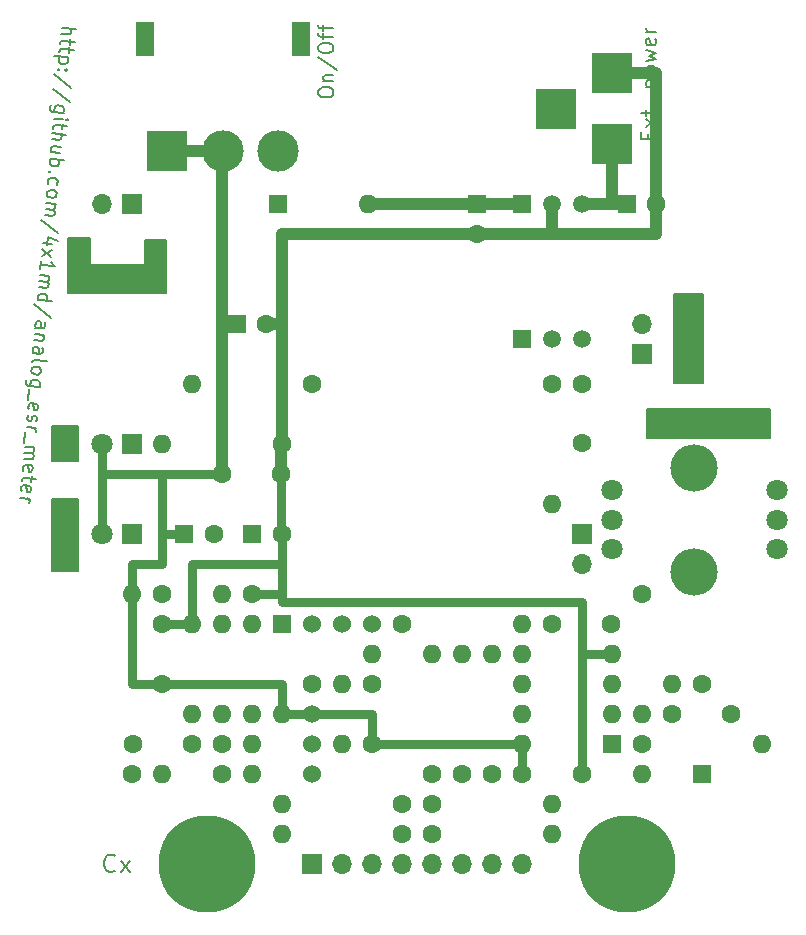
<source format=gbr>
G04 #@! TF.FileFunction,Copper,L1,Top,Signal*
%FSLAX46Y46*%
G04 Gerber Fmt 4.6, Leading zero omitted, Abs format (unit mm)*
G04 Created by KiCad (PCBNEW 4.0.7-e2-6376~61~ubuntu18.04.1) date Sat Sep  1 13:46:59 2018*
%MOMM*%
%LPD*%
G01*
G04 APERTURE LIST*
%ADD10C,0.100000*%
%ADD11C,0.200000*%
%ADD12C,1.800000*%
%ADD13O,4.000000X4.000000*%
%ADD14R,1.800000X1.800000*%
%ADD15R,1.700000X1.700000*%
%ADD16O,1.700000X1.700000*%
%ADD17C,1.600000*%
%ADD18O,1.600000X1.600000*%
%ADD19C,1.524000*%
%ADD20R,1.600000X1.600000*%
%ADD21C,1.520000*%
%ADD22R,1.520000X1.520000*%
%ADD23C,8.200000*%
%ADD24R,1.600000X2.850000*%
%ADD25R,3.500000X3.500000*%
%ADD26C,3.500000*%
%ADD27C,1.000000*%
%ADD28C,0.750000*%
%ADD29C,0.500000*%
G04 APERTURE END LIST*
D10*
D11*
X123607304Y-48551869D02*
X124802737Y-48656456D01*
X123562481Y-49064198D02*
X124188660Y-49118982D01*
X124307491Y-49072017D01*
X124374378Y-48963146D01*
X124389318Y-48792371D01*
X124342354Y-48673539D01*
X124290408Y-48611633D01*
X124324574Y-49532401D02*
X124284732Y-49987804D01*
X124708111Y-49738039D02*
X123683453Y-49648393D01*
X123564623Y-49695358D01*
X123497737Y-49804229D01*
X123487776Y-49918080D01*
X124264810Y-50215505D02*
X124224968Y-50670909D01*
X124648347Y-50421143D02*
X123623689Y-50331497D01*
X123504859Y-50378462D01*
X123437973Y-50487333D01*
X123428012Y-50601184D01*
X124190105Y-51069386D02*
X122994672Y-50964799D01*
X124133180Y-51064405D02*
X124180145Y-51183237D01*
X124160224Y-51410938D01*
X124093337Y-51519809D01*
X124031431Y-51571754D01*
X123912600Y-51618719D01*
X123571048Y-51588837D01*
X123462178Y-51521951D01*
X123410233Y-51460045D01*
X123363268Y-51341214D01*
X123383189Y-51113512D01*
X123450075Y-51004642D01*
X123412375Y-52091204D02*
X123350469Y-52143150D01*
X123298524Y-52081244D01*
X123360429Y-52029299D01*
X123412375Y-52091204D01*
X123298524Y-52081244D01*
X124038554Y-52145988D02*
X123976648Y-52197933D01*
X123924703Y-52136027D01*
X123986609Y-52084082D01*
X124038554Y-52145988D01*
X123924703Y-52136027D01*
X124426374Y-53613947D02*
X122979034Y-52454821D01*
X124316807Y-54866306D02*
X122869467Y-53707180D01*
X123781719Y-55737270D02*
X122813986Y-55652605D01*
X122705116Y-55585718D01*
X122653171Y-55523813D01*
X122606206Y-55404982D01*
X122621147Y-55234205D01*
X122688033Y-55125335D01*
X123041688Y-55672526D02*
X122994723Y-55553695D01*
X123014645Y-55325993D01*
X123081531Y-55217123D01*
X123143437Y-55165177D01*
X123262267Y-55118212D01*
X123603820Y-55148094D01*
X123712690Y-55214981D01*
X123764636Y-55276886D01*
X123811600Y-55395718D01*
X123791679Y-55623419D01*
X123724793Y-55732290D01*
X122934960Y-56236799D02*
X123731915Y-56306524D01*
X124130393Y-56341386D02*
X124078448Y-56279480D01*
X124016542Y-56331425D01*
X124068487Y-56393331D01*
X124130393Y-56341386D01*
X124016542Y-56331425D01*
X123697053Y-56705003D02*
X123657210Y-57160406D01*
X124080590Y-56910641D02*
X123055932Y-56820995D01*
X122937101Y-56867960D01*
X122870215Y-56976830D01*
X122860254Y-57090681D01*
X122825392Y-57489158D02*
X124020826Y-57593745D01*
X122780569Y-58001487D02*
X123406748Y-58056271D01*
X123525580Y-58009306D01*
X123592466Y-57900435D01*
X123607407Y-57729660D01*
X123560442Y-57610828D01*
X123508497Y-57548922D01*
X123482899Y-59152794D02*
X122685943Y-59083070D01*
X123527722Y-58640466D02*
X122901542Y-58585682D01*
X122782711Y-58632647D01*
X122715825Y-58741518D01*
X122700884Y-58912293D01*
X122747849Y-59031125D01*
X122799794Y-59093031D01*
X122636140Y-59652323D02*
X123831574Y-59756910D01*
X123376170Y-59717068D02*
X123423135Y-59835899D01*
X123403214Y-60063600D01*
X123336327Y-60172471D01*
X123274422Y-60224416D01*
X123155590Y-60271381D01*
X122814038Y-60241499D01*
X122705168Y-60174613D01*
X122653223Y-60112707D01*
X122606258Y-59993876D01*
X122626179Y-59766175D01*
X122693065Y-59657304D01*
X122655365Y-60743867D02*
X122593459Y-60795812D01*
X122541514Y-60733906D01*
X122603420Y-60681961D01*
X122655365Y-60743867D01*
X122541514Y-60733906D01*
X122503813Y-61820470D02*
X122456848Y-61701638D01*
X122476769Y-61473937D01*
X122543656Y-61365066D01*
X122605561Y-61313121D01*
X122724392Y-61266156D01*
X123065944Y-61296038D01*
X123174815Y-61362924D01*
X123226760Y-61424830D01*
X123273725Y-61543662D01*
X123253804Y-61771363D01*
X123186918Y-61880234D01*
X122387123Y-62498594D02*
X122454010Y-62389723D01*
X122515916Y-62337778D01*
X122634746Y-62290813D01*
X122976298Y-62320695D01*
X123085169Y-62387581D01*
X123137114Y-62449487D01*
X123184079Y-62568319D01*
X123169138Y-62739094D01*
X123102252Y-62847965D01*
X123040346Y-62899910D01*
X122921515Y-62946875D01*
X122579962Y-62916993D01*
X122471093Y-62850107D01*
X122419147Y-62788201D01*
X122372183Y-62669370D01*
X122387123Y-62498594D01*
X122307438Y-63409400D02*
X123104394Y-63479125D01*
X122990543Y-63469164D02*
X123042488Y-63531070D01*
X123089453Y-63649901D01*
X123074512Y-63820677D01*
X123007626Y-63929548D01*
X122888794Y-63976513D01*
X122262615Y-63921729D01*
X122888794Y-63976513D02*
X122997665Y-64043399D01*
X123044630Y-64162230D01*
X123029689Y-64333006D01*
X122962803Y-64441877D01*
X122843971Y-64488842D01*
X122217792Y-64434058D01*
X123345643Y-65966760D02*
X121898303Y-64807634D01*
X122810555Y-66837724D02*
X122013599Y-66768000D01*
X123290860Y-66592940D02*
X122461880Y-66233607D01*
X122397136Y-66973639D01*
X121968776Y-67280329D02*
X122710948Y-67976232D01*
X122765732Y-67350053D02*
X121913992Y-67906508D01*
X121819366Y-68988091D02*
X121879130Y-68304986D01*
X121849248Y-68646539D02*
X123044682Y-68751126D01*
X122883866Y-68622334D01*
X122779976Y-68498522D01*
X122733011Y-68379691D01*
X121774543Y-69500419D02*
X122571499Y-69570144D01*
X122457648Y-69560183D02*
X122509593Y-69622089D01*
X122556558Y-69740921D01*
X122541617Y-69911696D01*
X122474731Y-70020567D01*
X122355899Y-70067532D01*
X121729720Y-70012748D01*
X122355899Y-70067532D02*
X122464770Y-70134418D01*
X122511735Y-70253250D01*
X122496794Y-70424025D01*
X122429908Y-70532896D01*
X122311076Y-70579861D01*
X121684897Y-70525077D01*
X121590271Y-71606660D02*
X122785705Y-71711247D01*
X121647197Y-71611640D02*
X121600232Y-71492809D01*
X121620153Y-71265107D01*
X121687039Y-71156237D01*
X121748945Y-71104292D01*
X121867775Y-71057327D01*
X122209328Y-71087209D01*
X122318199Y-71154095D01*
X122370144Y-71216001D01*
X122417109Y-71334832D01*
X122397187Y-71562533D01*
X122330301Y-71671404D01*
X122718122Y-73139362D02*
X121270782Y-71980236D01*
X121386078Y-73940602D02*
X122012257Y-73995385D01*
X122131088Y-73948420D01*
X122197974Y-73839549D01*
X122217896Y-73611848D01*
X122170931Y-73493017D01*
X121443003Y-73945582D02*
X121396038Y-73826750D01*
X121420940Y-73542124D01*
X121487826Y-73433253D01*
X121606656Y-73386288D01*
X121720508Y-73396249D01*
X121829378Y-73463135D01*
X121876343Y-73581966D01*
X121851442Y-73866593D01*
X121898406Y-73985425D01*
X122133230Y-74579580D02*
X121336274Y-74509855D01*
X122019379Y-74569619D02*
X122071324Y-74631525D01*
X122118289Y-74750356D01*
X122103348Y-74921132D01*
X122036462Y-75030003D01*
X121917630Y-75076968D01*
X121291451Y-75022184D01*
X121196825Y-76103767D02*
X121823004Y-76158550D01*
X121941836Y-76111585D01*
X122008722Y-76002715D01*
X122028643Y-75775013D01*
X121981678Y-75656182D01*
X121253751Y-76108747D02*
X121206786Y-75989915D01*
X121231687Y-75705289D01*
X121298574Y-75596418D01*
X121417404Y-75549453D01*
X121531255Y-75559414D01*
X121640126Y-75626300D01*
X121687091Y-75745131D01*
X121662189Y-76029758D01*
X121709154Y-76148590D01*
X121132081Y-76843797D02*
X121198967Y-76734926D01*
X121317798Y-76687961D01*
X122342455Y-76777607D01*
X121077297Y-77469976D02*
X121144183Y-77361105D01*
X121206089Y-77309160D01*
X121324920Y-77262195D01*
X121666472Y-77292077D01*
X121775343Y-77358963D01*
X121827288Y-77420869D01*
X121874253Y-77539700D01*
X121859312Y-77710476D01*
X121792426Y-77819347D01*
X121730520Y-77871292D01*
X121611689Y-77918257D01*
X121270136Y-77888375D01*
X121161266Y-77821489D01*
X121109321Y-77759583D01*
X121062356Y-77640752D01*
X121077297Y-77469976D01*
X121749745Y-78962835D02*
X120782012Y-78878170D01*
X120673143Y-78811284D01*
X120621197Y-78749378D01*
X120574232Y-78630547D01*
X120589174Y-78459771D01*
X120656060Y-78350900D01*
X121009715Y-78898091D02*
X120962750Y-78779260D01*
X120982671Y-78551558D01*
X121049557Y-78442688D01*
X121111463Y-78390742D01*
X121230294Y-78343777D01*
X121571846Y-78373659D01*
X121680717Y-78440546D01*
X121732662Y-78502452D01*
X121779627Y-78621283D01*
X121759706Y-78848984D01*
X121692819Y-78957855D01*
X120814036Y-79167777D02*
X120734351Y-80078584D01*
X120840384Y-80833555D02*
X120793419Y-80714723D01*
X120813340Y-80487022D01*
X120880226Y-80378152D01*
X120999057Y-80331187D01*
X121454460Y-80371029D01*
X121563331Y-80437915D01*
X121610296Y-80556747D01*
X121590374Y-80784448D01*
X121523488Y-80893319D01*
X121404657Y-80940284D01*
X121290807Y-80930323D01*
X121226759Y-80351108D01*
X120795561Y-81345883D02*
X120728674Y-81454754D01*
X120708753Y-81682456D01*
X120755718Y-81801286D01*
X120864588Y-81868173D01*
X120921513Y-81873153D01*
X121040345Y-81826188D01*
X121107231Y-81717318D01*
X121122172Y-81546542D01*
X121189058Y-81437671D01*
X121307889Y-81390706D01*
X121364814Y-81395686D01*
X121473685Y-81462572D01*
X121520650Y-81581404D01*
X121505709Y-81752181D01*
X121438823Y-81861050D01*
X120648989Y-82365561D02*
X121445945Y-82435285D01*
X121218243Y-82415364D02*
X121327113Y-82482250D01*
X121379059Y-82544156D01*
X121426024Y-82662987D01*
X121416063Y-82776837D01*
X120495295Y-82811003D02*
X120415610Y-83721810D01*
X120504560Y-84016398D02*
X121301515Y-84086122D01*
X121187664Y-84076162D02*
X121239609Y-84138067D01*
X121286574Y-84256899D01*
X121271633Y-84427675D01*
X121204747Y-84536545D01*
X121085916Y-84583510D01*
X120459737Y-84528727D01*
X121085916Y-84583510D02*
X121194786Y-84650396D01*
X121241751Y-84769228D01*
X121226810Y-84940004D01*
X121159924Y-85048874D01*
X121041093Y-85095839D01*
X120414914Y-85041056D01*
X120382193Y-86070693D02*
X120335228Y-85951861D01*
X120355150Y-85724160D01*
X120422036Y-85615289D01*
X120540866Y-85568325D01*
X120996270Y-85608167D01*
X121105141Y-85675053D01*
X121152105Y-85793885D01*
X121132184Y-86021586D01*
X121065298Y-86130457D01*
X120946467Y-86177422D01*
X120832616Y-86167461D01*
X120768569Y-85588246D01*
X121087361Y-86533915D02*
X121047519Y-86989318D01*
X121470898Y-86739553D02*
X120446240Y-86649907D01*
X120327410Y-86696872D01*
X120260523Y-86805743D01*
X120250563Y-86919594D01*
X120232784Y-87778455D02*
X120185819Y-87659623D01*
X120205740Y-87431922D01*
X120272626Y-87323051D01*
X120391457Y-87276086D01*
X120846860Y-87315929D01*
X120955731Y-87382815D01*
X121002696Y-87501646D01*
X120982774Y-87729348D01*
X120915888Y-87838218D01*
X120797057Y-87885183D01*
X120683207Y-87875223D01*
X120619159Y-87296008D01*
X120126055Y-88342728D02*
X120923010Y-88412452D01*
X120695308Y-88392531D02*
X120804179Y-88459417D01*
X120856124Y-88521323D01*
X120903089Y-88640155D01*
X120893129Y-88754005D01*
X128127143Y-119915714D02*
X128055714Y-119987143D01*
X127841428Y-120058571D01*
X127698571Y-120058571D01*
X127484286Y-119987143D01*
X127341428Y-119844286D01*
X127270000Y-119701429D01*
X127198571Y-119415714D01*
X127198571Y-119201429D01*
X127270000Y-118915714D01*
X127341428Y-118772857D01*
X127484286Y-118630000D01*
X127698571Y-118558571D01*
X127841428Y-118558571D01*
X128055714Y-118630000D01*
X128127143Y-118701429D01*
X128627143Y-120058571D02*
X129412857Y-119058571D01*
X128627143Y-119058571D02*
X129412857Y-120058571D01*
X173265714Y-57953095D02*
X173265714Y-57536428D01*
X173920476Y-57357857D02*
X173920476Y-57953095D01*
X172670476Y-57953095D01*
X172670476Y-57357857D01*
X173920476Y-56941191D02*
X173087143Y-56286429D01*
X173087143Y-56941191D02*
X173920476Y-56286429D01*
X173087143Y-55988809D02*
X173087143Y-55512619D01*
X172670476Y-55810238D02*
X173741905Y-55810238D01*
X173860952Y-55750714D01*
X173920476Y-55631667D01*
X173920476Y-55512619D01*
X173801429Y-55095952D02*
X173860952Y-55036428D01*
X173920476Y-55095952D01*
X173860952Y-55155476D01*
X173801429Y-55095952D01*
X173920476Y-55095952D01*
X173087143Y-53548333D02*
X174337143Y-53548333D01*
X173146667Y-53548333D02*
X173087143Y-53429285D01*
X173087143Y-53191190D01*
X173146667Y-53072142D01*
X173206190Y-53012619D01*
X173325238Y-52953095D01*
X173682381Y-52953095D01*
X173801429Y-53012619D01*
X173860952Y-53072142D01*
X173920476Y-53191190D01*
X173920476Y-53429285D01*
X173860952Y-53548333D01*
X173920476Y-52238810D02*
X173860952Y-52357857D01*
X173801429Y-52417381D01*
X173682381Y-52476905D01*
X173325238Y-52476905D01*
X173206190Y-52417381D01*
X173146667Y-52357857D01*
X173087143Y-52238810D01*
X173087143Y-52060238D01*
X173146667Y-51941190D01*
X173206190Y-51881667D01*
X173325238Y-51822143D01*
X173682381Y-51822143D01*
X173801429Y-51881667D01*
X173860952Y-51941190D01*
X173920476Y-52060238D01*
X173920476Y-52238810D01*
X173087143Y-51405477D02*
X173920476Y-51167381D01*
X173325238Y-50929286D01*
X173920476Y-50691191D01*
X173087143Y-50453096D01*
X173860952Y-49500714D02*
X173920476Y-49619762D01*
X173920476Y-49857857D01*
X173860952Y-49976905D01*
X173741905Y-50036429D01*
X173265714Y-50036429D01*
X173146667Y-49976905D01*
X173087143Y-49857857D01*
X173087143Y-49619762D01*
X173146667Y-49500714D01*
X173265714Y-49441191D01*
X173384762Y-49441191D01*
X173503810Y-50036429D01*
X173920476Y-48905476D02*
X173087143Y-48905476D01*
X173325238Y-48905476D02*
X173206190Y-48845952D01*
X173146667Y-48786428D01*
X173087143Y-48667381D01*
X173087143Y-48548333D01*
X145365476Y-54143334D02*
X145365476Y-53905238D01*
X145425000Y-53786191D01*
X145544048Y-53667143D01*
X145782143Y-53607619D01*
X146198810Y-53607619D01*
X146436905Y-53667143D01*
X146555952Y-53786191D01*
X146615476Y-53905238D01*
X146615476Y-54143334D01*
X146555952Y-54262381D01*
X146436905Y-54381429D01*
X146198810Y-54440953D01*
X145782143Y-54440953D01*
X145544048Y-54381429D01*
X145425000Y-54262381D01*
X145365476Y-54143334D01*
X145782143Y-53071905D02*
X146615476Y-53071905D01*
X145901190Y-53071905D02*
X145841667Y-53012381D01*
X145782143Y-52893334D01*
X145782143Y-52714762D01*
X145841667Y-52595714D01*
X145960714Y-52536191D01*
X146615476Y-52536191D01*
X145305952Y-51048096D02*
X146913095Y-52119524D01*
X145365476Y-50393334D02*
X145365476Y-50155238D01*
X145425000Y-50036191D01*
X145544048Y-49917143D01*
X145782143Y-49857619D01*
X146198810Y-49857619D01*
X146436905Y-49917143D01*
X146555952Y-50036191D01*
X146615476Y-50155238D01*
X146615476Y-50393334D01*
X146555952Y-50512381D01*
X146436905Y-50631429D01*
X146198810Y-50690953D01*
X145782143Y-50690953D01*
X145544048Y-50631429D01*
X145425000Y-50512381D01*
X145365476Y-50393334D01*
X145782143Y-49500476D02*
X145782143Y-49024286D01*
X146615476Y-49321905D02*
X145544048Y-49321905D01*
X145425000Y-49262381D01*
X145365476Y-49143334D01*
X145365476Y-49024286D01*
X145782143Y-48786190D02*
X145782143Y-48310000D01*
X146615476Y-48607619D02*
X145544048Y-48607619D01*
X145425000Y-48548095D01*
X145365476Y-48429048D01*
X145365476Y-48310000D01*
D12*
X184150000Y-87710000D03*
X184150000Y-90210000D03*
X184150000Y-92710000D03*
D13*
X177150000Y-85810000D03*
X177150000Y-94610000D03*
D14*
X129540000Y-91440000D03*
D12*
X127000000Y-91440000D03*
D14*
X129540000Y-83820000D03*
D12*
X127000000Y-83820000D03*
D15*
X144780000Y-119380000D03*
D16*
X147320000Y-119380000D03*
X149860000Y-119380000D03*
X152400000Y-119380000D03*
X154940000Y-119380000D03*
X157480000Y-119380000D03*
X160020000Y-119380000D03*
X162560000Y-119380000D03*
D17*
X149860000Y-104140000D03*
D18*
X149860000Y-101600000D03*
D19*
X147320000Y-99060000D03*
X144780000Y-99060000D03*
X149860000Y-99060000D03*
D12*
X170180000Y-87710000D03*
X170180000Y-90210000D03*
X170180000Y-92710000D03*
D13*
X177180000Y-85810000D03*
X177180000Y-94610000D03*
D19*
X144780000Y-109220000D03*
X144780000Y-106680000D03*
X144780000Y-111760000D03*
D20*
X133985000Y-91440000D03*
D17*
X136485000Y-91440000D03*
D20*
X139700000Y-91440000D03*
D17*
X142240000Y-91440000D03*
D20*
X138430000Y-73660000D03*
D17*
X140930000Y-73660000D03*
D20*
X158750000Y-63500000D03*
D17*
X158750000Y-66040000D03*
D20*
X141960000Y-63500000D03*
D18*
X149580000Y-63500000D03*
D15*
X129540000Y-63500000D03*
D16*
X127000000Y-63500000D03*
D17*
X152400000Y-116840000D03*
D18*
X142240000Y-116840000D03*
D17*
X154940000Y-116840000D03*
D18*
X165100000Y-116840000D03*
D17*
X152400000Y-114300000D03*
D18*
X142240000Y-114300000D03*
D17*
X154940000Y-114300000D03*
D18*
X165100000Y-114300000D03*
D17*
X165100000Y-78740000D03*
D18*
X165100000Y-88900000D03*
D17*
X172720000Y-96520000D03*
D18*
X172720000Y-106680000D03*
D15*
X172720000Y-76200000D03*
D16*
X172720000Y-73660000D03*
D21*
X165100000Y-74930000D03*
X167640000Y-74930000D03*
D22*
X162560000Y-74930000D03*
D17*
X134620000Y-109220000D03*
X129620000Y-109220000D03*
X167640000Y-78740000D03*
X167640000Y-83740000D03*
X165100000Y-99060000D03*
X170100000Y-99060000D03*
X175260000Y-106680000D03*
X180260000Y-106680000D03*
X137160000Y-86360000D03*
X142160000Y-86360000D03*
D20*
X142240000Y-99060000D03*
D18*
X134620000Y-106680000D03*
X139700000Y-99060000D03*
X137160000Y-106680000D03*
X137160000Y-99060000D03*
X139700000Y-106680000D03*
X134620000Y-99060000D03*
X142240000Y-106680000D03*
D20*
X170180000Y-109220000D03*
D18*
X162560000Y-101600000D03*
X170180000Y-106680000D03*
X162560000Y-104140000D03*
X170180000Y-104140000D03*
X162560000Y-106680000D03*
X170180000Y-101600000D03*
X162560000Y-109220000D03*
D17*
X132080000Y-104140000D03*
X132080000Y-99060000D03*
X162560000Y-111760000D03*
X167640000Y-111760000D03*
D23*
X135890000Y-119380000D03*
X171450000Y-119380000D03*
D24*
X130660000Y-49500000D03*
X143860000Y-49500000D03*
D25*
X132560000Y-59000000D03*
D26*
X137260000Y-59000000D03*
X141960000Y-59000000D03*
D17*
X129540000Y-111760000D03*
D18*
X132080000Y-111760000D03*
D17*
X137160000Y-111760000D03*
D18*
X139700000Y-111760000D03*
D17*
X137160000Y-109220000D03*
D18*
X139700000Y-109220000D03*
D17*
X144780000Y-104140000D03*
D18*
X147320000Y-104140000D03*
D17*
X149860000Y-109220000D03*
D18*
X147320000Y-109220000D03*
D17*
X157480000Y-111760000D03*
D18*
X157480000Y-101600000D03*
D17*
X154940000Y-111760000D03*
D18*
X154940000Y-101600000D03*
D17*
X152400000Y-99060000D03*
D18*
X162560000Y-99060000D03*
D14*
X129540000Y-91440000D03*
D12*
X127000000Y-91440000D03*
D14*
X129540000Y-83820000D03*
D12*
X127000000Y-83820000D03*
D17*
X132080000Y-96520000D03*
D18*
X129540000Y-96520000D03*
D17*
X139700000Y-96520000D03*
D18*
X137160000Y-96520000D03*
D17*
X177800000Y-104140000D03*
D18*
X175260000Y-104140000D03*
D17*
X160020000Y-111760000D03*
D18*
X160020000Y-101600000D03*
D17*
X144780000Y-78740000D03*
D18*
X134620000Y-78740000D03*
D25*
X170180000Y-58420000D03*
X170180000Y-52420000D03*
X165480000Y-55420000D03*
D20*
X177800000Y-111760000D03*
D18*
X172720000Y-111760000D03*
D17*
X172720000Y-109220000D03*
D18*
X182880000Y-109220000D03*
D20*
X171450000Y-63500000D03*
D17*
X173950000Y-63500000D03*
D21*
X165100000Y-63500000D03*
X167640000Y-63500000D03*
D22*
X162560000Y-63500000D03*
D17*
X142240000Y-83820000D03*
D18*
X132080000Y-83820000D03*
D15*
X167640000Y-91440000D03*
D16*
X167640000Y-93980000D03*
D27*
X140930000Y-73660000D02*
X142240000Y-73660000D01*
D28*
X142160000Y-86360000D02*
X142160000Y-91360000D01*
X142160000Y-91360000D02*
X142240000Y-91440000D01*
D27*
X142160000Y-86360000D02*
X142160000Y-83900000D01*
X142160000Y-83900000D02*
X142240000Y-83820000D01*
X142240000Y-83820000D02*
X142240000Y-73660000D01*
X165060000Y-66040000D02*
X173910000Y-66040000D01*
X173950000Y-66000000D02*
X173950000Y-63500000D01*
X173910000Y-66040000D02*
X173950000Y-66000000D01*
X173950000Y-63500000D02*
X173950000Y-52420000D01*
X170180000Y-52420000D02*
X173950000Y-52420000D01*
X158750000Y-66040000D02*
X165060000Y-66040000D01*
X165060000Y-66040000D02*
X165100000Y-66000000D01*
X158750000Y-66040000D02*
X142240000Y-66040000D01*
X142240000Y-66040000D02*
X142240000Y-73660000D01*
X165100000Y-63500000D02*
X165100000Y-66000000D01*
D28*
X139700000Y-96520000D02*
X142240000Y-96520000D01*
X142240000Y-96520000D02*
X142240000Y-93980000D01*
X132080000Y-99060000D02*
X134620000Y-99060000D01*
X142240000Y-91440000D02*
X142240000Y-93980000D01*
X167640000Y-111760000D02*
X167640000Y-101600000D01*
X134620000Y-93980000D02*
X139700000Y-93980000D01*
X139700000Y-93980000D02*
X142240000Y-93980000D01*
X167640000Y-97155000D02*
X142240000Y-97155000D01*
X142240000Y-97155000D02*
X142240000Y-96520000D01*
X167640000Y-101600000D02*
X167640000Y-97155000D01*
X134620000Y-99060000D02*
X134620000Y-93980000D01*
X134540000Y-99140000D02*
X134620000Y-99060000D01*
X167640000Y-101600000D02*
X170180000Y-101600000D01*
D27*
X149580000Y-63500000D02*
X158750000Y-63500000D01*
X158750000Y-63500000D02*
X162560000Y-63500000D01*
X167640000Y-63500000D02*
X170180000Y-63500000D01*
X171450000Y-63500000D02*
X170180000Y-63500000D01*
X170180000Y-63500000D02*
X170180000Y-58420000D01*
X138430000Y-73660000D02*
X137160000Y-73660000D01*
X137160000Y-73660000D02*
X137160000Y-86360000D01*
X137160000Y-73660000D02*
X137160000Y-59100000D01*
X137160000Y-59100000D02*
X137260000Y-59000000D01*
D28*
X129540000Y-104140000D02*
X132080000Y-104140000D01*
X132080000Y-86360000D02*
X127000000Y-86360000D01*
X132080000Y-86360000D02*
X132080000Y-91440000D01*
X137160000Y-86360000D02*
X132080000Y-86360000D01*
X133985000Y-91440000D02*
X132080000Y-91440000D01*
X129540000Y-96520000D02*
X129540000Y-93980000D01*
X132080000Y-93980000D02*
X132080000Y-91440000D01*
X129540000Y-93980000D02*
X132080000Y-93980000D01*
X162560000Y-109220000D02*
X162560000Y-111760000D01*
X144780000Y-106680000D02*
X149860000Y-106680000D01*
X149860000Y-106680000D02*
X149860000Y-109220000D01*
X149860000Y-109220000D02*
X162560000Y-109220000D01*
X144780000Y-106680000D02*
X142240000Y-106680000D01*
X142240000Y-106680000D02*
X142240000Y-104140000D01*
X142240000Y-104140000D02*
X142240000Y-104140000D01*
X142240000Y-104140000D02*
X132080000Y-104140000D01*
X127000000Y-88900000D02*
X127000000Y-86360000D01*
X127000000Y-91440000D02*
X127000000Y-88900000D01*
X127000000Y-86360000D02*
X127000000Y-83820000D01*
X129540000Y-96520000D02*
X129540000Y-104140000D01*
D27*
X137160000Y-59100000D02*
X137260000Y-59000000D01*
X137260000Y-59000000D02*
X132560000Y-59000000D01*
D29*
X137260000Y-60000000D02*
X137160000Y-60100000D01*
D11*
G36*
X183600000Y-83273000D02*
X177761087Y-83273000D01*
X177735460Y-83261832D01*
X177716055Y-83266449D01*
X177705460Y-83261832D01*
X177658526Y-83273000D01*
X176671474Y-83273000D01*
X176624540Y-83261832D01*
X176613945Y-83266449D01*
X176594540Y-83261832D01*
X176568913Y-83273000D01*
X173200000Y-83273000D01*
X173200000Y-80800000D01*
X183600000Y-80800000D01*
X183600000Y-83273000D01*
X183600000Y-83273000D01*
G37*
X183600000Y-83273000D02*
X177761087Y-83273000D01*
X177735460Y-83261832D01*
X177716055Y-83266449D01*
X177705460Y-83261832D01*
X177658526Y-83273000D01*
X176671474Y-83273000D01*
X176624540Y-83261832D01*
X176613945Y-83266449D01*
X176594540Y-83261832D01*
X176568913Y-83273000D01*
X173200000Y-83273000D01*
X173200000Y-80800000D01*
X183600000Y-80800000D01*
X183600000Y-83273000D01*
G36*
X124995000Y-85244000D02*
X122782000Y-85244000D01*
X122782000Y-82269000D01*
X124995000Y-82269000D01*
X124995000Y-85244000D01*
X124995000Y-85244000D01*
G37*
X124995000Y-85244000D02*
X122782000Y-85244000D01*
X122782000Y-82269000D01*
X124995000Y-82269000D01*
X124995000Y-85244000D01*
G36*
X124995000Y-94515000D02*
X122782000Y-94515000D01*
X122782000Y-88492000D01*
X124995000Y-88492000D01*
X124995000Y-94515000D01*
X124995000Y-94515000D01*
G37*
X124995000Y-94515000D02*
X122782000Y-94515000D01*
X122782000Y-88492000D01*
X124995000Y-88492000D01*
X124995000Y-94515000D01*
X126011000Y-66394000D02*
X124179000Y-66394000D01*
X126011000Y-66543200D02*
X124179000Y-66543200D01*
X132488000Y-66543200D02*
X130656000Y-66543200D01*
X126011000Y-66692400D02*
X124179000Y-66692400D01*
X132488000Y-66692400D02*
X130656000Y-66692400D01*
X126011000Y-66841600D02*
X124179000Y-66841600D01*
X132488000Y-66841600D02*
X130656000Y-66841600D01*
X126011000Y-66990800D02*
X124179000Y-66990800D01*
X132488000Y-66990800D02*
X130656000Y-66990800D01*
X126011000Y-67140000D02*
X124179000Y-67140000D01*
X132488000Y-67140000D02*
X130656000Y-67140000D01*
X126011000Y-67289200D02*
X124179000Y-67289200D01*
X132488000Y-67289200D02*
X130656000Y-67289200D01*
X126011000Y-67438400D02*
X124179000Y-67438400D01*
X132488000Y-67438400D02*
X130656000Y-67438400D01*
X126011000Y-67587600D02*
X124179000Y-67587600D01*
X132488000Y-67587600D02*
X130656000Y-67587600D01*
X126011000Y-67736800D02*
X124179000Y-67736800D01*
X132488000Y-67736800D02*
X130656000Y-67736800D01*
X126011000Y-67886000D02*
X124179000Y-67886000D01*
X132488000Y-67886000D02*
X130656000Y-67886000D01*
X126011000Y-68035200D02*
X124179000Y-68035200D01*
X132488000Y-68035200D02*
X130656000Y-68035200D01*
X126011000Y-68184400D02*
X124179000Y-68184400D01*
X132488000Y-68184400D02*
X130656000Y-68184400D01*
X126011000Y-68333600D02*
X124179000Y-68333600D01*
X132488000Y-68333600D02*
X130656000Y-68333600D01*
X126011000Y-68482800D02*
X124179000Y-68482800D01*
X132488000Y-68482800D02*
X130656000Y-68482800D01*
X126025840Y-68632000D02*
X124179000Y-68632000D01*
X132488000Y-68632000D02*
X130640302Y-68632000D01*
X132488000Y-68781200D02*
X124179000Y-68781200D01*
X132488000Y-68930400D02*
X124179000Y-68930400D01*
X132488000Y-69079600D02*
X124179000Y-69079600D01*
X132488000Y-69228800D02*
X124179000Y-69228800D01*
X132488000Y-69378000D02*
X124179000Y-69378000D01*
X132488000Y-69527200D02*
X124179000Y-69527200D01*
X132488000Y-69676400D02*
X124179000Y-69676400D01*
X132488000Y-69825600D02*
X124179000Y-69825600D01*
X132488000Y-69974800D02*
X124179000Y-69974800D01*
X132488000Y-70124000D02*
X124179000Y-70124000D01*
X132488000Y-70273200D02*
X124179000Y-70273200D01*
X132488000Y-70422400D02*
X124179000Y-70422400D01*
X132488000Y-70571600D02*
X124179000Y-70571600D01*
X132488000Y-70720800D02*
X124179000Y-70720800D01*
X132488000Y-70870000D02*
X124179000Y-70870000D01*
X132488000Y-71019200D02*
X124179000Y-71019200D01*
X126011000Y-68580000D02*
X126014959Y-68607859D01*
X126026523Y-68633513D01*
X126044776Y-68654929D01*
X126068272Y-68670412D01*
X126095152Y-68678736D01*
X126111000Y-68680000D01*
X130556000Y-68680000D01*
X130583859Y-68676041D01*
X130609513Y-68664477D01*
X130630929Y-68646224D01*
X130646412Y-68622728D01*
X130654736Y-68595848D01*
X130656000Y-68580000D01*
X130656000Y-66521000D01*
X132488000Y-66521000D01*
X132488000Y-71020000D01*
X124179000Y-71020000D01*
X124179000Y-66394000D01*
X126011000Y-66394000D01*
X126011000Y-68580000D01*
G36*
X177954000Y-78640000D02*
X175487000Y-78640000D01*
X175487000Y-71093000D01*
X177954000Y-71093000D01*
X177954000Y-78640000D01*
X177954000Y-78640000D01*
G37*
X177954000Y-78640000D02*
X175487000Y-78640000D01*
X175487000Y-71093000D01*
X177954000Y-71093000D01*
X177954000Y-78640000D01*
M02*

</source>
